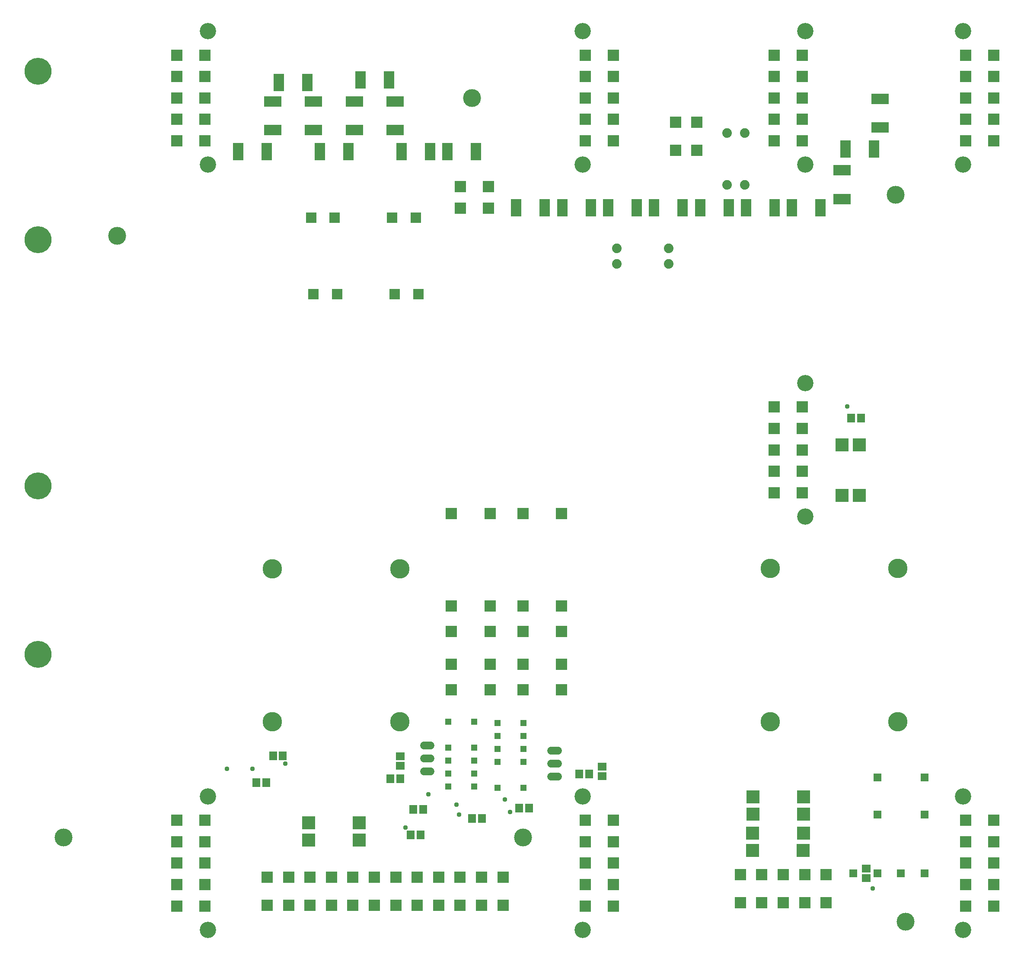
<source format=gbr>
G04 EAGLE Gerber RS-274X export*
G75*
%MOMM*%
%FSLAX34Y34*%
%LPD*%
%INSoldermask Bottom*%
%IPPOS*%
%AMOC8*
5,1,8,0,0,1.08239X$1,22.5*%
G01*
%ADD10C,5.283200*%
%ADD11R,2.303200X2.303200*%
%ADD12C,3.203200*%
%ADD13R,1.503200X1.703200*%
%ADD14R,2.203200X2.203200*%
%ADD15R,1.311200X1.311200*%
%ADD16R,1.703200X1.503200*%
%ADD17R,2.603200X2.603200*%
%ADD18R,1.611200X1.611200*%
%ADD19R,1.503200X1.803200*%
%ADD20R,1.803200X1.503200*%
%ADD21C,1.524000*%
%ADD22R,2.003200X3.403200*%
%ADD23R,3.403200X2.003200*%
%ADD24C,3.503200*%
%ADD25C,3.803200*%
%ADD26R,2.153200X2.153200*%
%ADD27C,1.879600*%
%ADD28C,0.959600*%


D10*
X100000Y559200D03*
X100000Y1372000D03*
X100000Y889400D03*
X100000Y1702200D03*
D11*
X372500Y1566000D03*
X372500Y1608000D03*
X372500Y1650000D03*
X372500Y1692000D03*
X372500Y1734000D03*
X427500Y1692000D03*
X427500Y1734000D03*
X427500Y1650000D03*
X427500Y1608000D03*
X427500Y1566000D03*
D12*
X433100Y1519000D03*
X433100Y1781000D03*
D11*
X372500Y66000D03*
X372500Y108000D03*
X372500Y150000D03*
X372500Y192000D03*
X372500Y234000D03*
X427500Y192000D03*
X427500Y234000D03*
X427500Y150000D03*
X427500Y108000D03*
X427500Y66000D03*
D12*
X433100Y19000D03*
X433100Y281000D03*
D11*
X1972500Y1734000D03*
X1972500Y1692000D03*
X1972500Y1650000D03*
X1972500Y1608000D03*
X1972500Y1566000D03*
X1917500Y1608000D03*
X1917500Y1566000D03*
X1917500Y1650000D03*
X1917500Y1692000D03*
X1917500Y1734000D03*
D12*
X1911900Y1781000D03*
X1911900Y1519000D03*
D11*
X1972500Y234000D03*
X1972500Y192000D03*
X1972500Y150000D03*
X1972500Y108000D03*
X1972500Y66000D03*
X1917500Y108000D03*
X1917500Y66000D03*
X1917500Y150000D03*
X1917500Y192000D03*
X1917500Y234000D03*
D12*
X1911900Y281000D03*
X1911900Y19000D03*
D11*
X1227500Y1734000D03*
X1227500Y1692000D03*
X1227500Y1650000D03*
X1227500Y1608000D03*
X1227500Y1566000D03*
X1172500Y1608000D03*
X1172500Y1566000D03*
X1172500Y1650000D03*
X1172500Y1692000D03*
X1172500Y1734000D03*
D12*
X1166900Y1781000D03*
X1166900Y1519000D03*
D11*
X1227500Y234000D03*
X1227500Y192000D03*
X1227500Y150000D03*
X1227500Y108000D03*
X1227500Y66000D03*
X1172500Y108000D03*
X1172500Y66000D03*
X1172500Y150000D03*
X1172500Y192000D03*
X1172500Y234000D03*
D12*
X1166900Y281000D03*
X1166900Y19000D03*
D11*
X1542500Y1566000D03*
X1542500Y1608000D03*
X1542500Y1650000D03*
X1542500Y1692000D03*
X1542500Y1734000D03*
X1597500Y1692000D03*
X1597500Y1734000D03*
X1597500Y1650000D03*
X1597500Y1608000D03*
X1597500Y1566000D03*
D12*
X1603100Y1519000D03*
X1603100Y1781000D03*
D11*
X1542500Y876000D03*
X1542500Y918000D03*
X1542500Y960000D03*
X1542500Y1002000D03*
X1542500Y1044000D03*
X1597500Y1002000D03*
X1597500Y1044000D03*
X1597500Y960000D03*
X1597500Y918000D03*
X1597500Y876000D03*
D12*
X1603100Y829000D03*
X1603100Y1091000D03*
D13*
X560500Y360000D03*
X579500Y360000D03*
X1712000Y1022500D03*
X1693000Y1022500D03*
D11*
X549000Y122500D03*
X591000Y122500D03*
X633000Y122500D03*
X675000Y122500D03*
X717000Y122500D03*
X759000Y122500D03*
X801000Y122500D03*
X843000Y122500D03*
X885000Y122500D03*
X927000Y122500D03*
X969000Y122500D03*
X549000Y67500D03*
X591000Y67500D03*
X633000Y67500D03*
X675000Y67500D03*
X717000Y67500D03*
X759000Y67500D03*
X801000Y67500D03*
X843000Y67500D03*
X885000Y67500D03*
X927000Y67500D03*
X1011000Y122500D03*
X969000Y67500D03*
X1011000Y67500D03*
D14*
X1126000Y835000D03*
X1050000Y835000D03*
X1050000Y654500D03*
X1050000Y604500D03*
X1126000Y654500D03*
X1126000Y539500D03*
X1050000Y539500D03*
X1126000Y604500D03*
X1126000Y489500D03*
X1050000Y489500D03*
X986000Y835000D03*
X910000Y835000D03*
X910000Y654500D03*
X910000Y604500D03*
X986000Y654500D03*
X986000Y539500D03*
X910000Y539500D03*
X986000Y604500D03*
X986000Y489500D03*
X910000Y489500D03*
D15*
X1000000Y297500D03*
X1050800Y297500D03*
X1000000Y348300D03*
X1000000Y373700D03*
X1000000Y399100D03*
X1000000Y424500D03*
X1050800Y424500D03*
X1050800Y399100D03*
X1050800Y373700D03*
X1050800Y348300D03*
X955000Y427500D03*
X904200Y427500D03*
X955000Y376700D03*
X955000Y351300D03*
X955000Y325900D03*
X955000Y300500D03*
X904200Y300500D03*
X904200Y325900D03*
X904200Y351300D03*
X904200Y376700D03*
D13*
X547000Y307500D03*
X528000Y307500D03*
D16*
X1722500Y139500D03*
X1722500Y120500D03*
D13*
X1062000Y257500D03*
X1043000Y257500D03*
X969500Y237500D03*
X950500Y237500D03*
X835500Y255000D03*
X854500Y255000D03*
D17*
X1600000Y246000D03*
X1600000Y280000D03*
X1500600Y246000D03*
X1500800Y280000D03*
D18*
X1697500Y130000D03*
X1744500Y130000D03*
X1744500Y245000D03*
X1744500Y318000D03*
D11*
X982500Y1476000D03*
X982500Y1434000D03*
X927500Y1434000D03*
X927500Y1476000D03*
X1476000Y127500D03*
X1518000Y127500D03*
X1560000Y127500D03*
X1602000Y127500D03*
X1644000Y127500D03*
X1602000Y72500D03*
X1644000Y72500D03*
X1560000Y72500D03*
X1518000Y72500D03*
X1476000Y72500D03*
D17*
X1500000Y209000D03*
X1500000Y175000D03*
X1599400Y209000D03*
X1599200Y175000D03*
X630000Y229000D03*
X630000Y195000D03*
X729400Y229000D03*
X729200Y195000D03*
D19*
X1179500Y325000D03*
X1160500Y325000D03*
D20*
X1205000Y339500D03*
X1205000Y320500D03*
D21*
X1118904Y370400D02*
X1105696Y370400D01*
X1105696Y319600D02*
X1118904Y319600D01*
X1118904Y345000D02*
X1105696Y345000D01*
D11*
X1391000Y1547500D03*
X1349000Y1547500D03*
X1349000Y1602500D03*
X1391000Y1602500D03*
D18*
X1790000Y130000D03*
X1837000Y130000D03*
X1837000Y245000D03*
X1837000Y318000D03*
D22*
X1037000Y1435000D03*
X1093000Y1435000D03*
X1127000Y1435000D03*
X1183000Y1435000D03*
X1217000Y1435000D03*
X1273000Y1435000D03*
X1307000Y1435000D03*
X1363000Y1435000D03*
X1397000Y1435000D03*
X1453000Y1435000D03*
D23*
X1750000Y1648000D03*
X1750000Y1592000D03*
D22*
X1738000Y1550000D03*
X1682000Y1550000D03*
D23*
X1675000Y1508000D03*
X1675000Y1452000D03*
D22*
X1633000Y1435000D03*
X1577000Y1435000D03*
X1543000Y1435000D03*
X1487000Y1435000D03*
X958000Y1545000D03*
X902000Y1545000D03*
X868000Y1545000D03*
X812000Y1545000D03*
D23*
X800000Y1587000D03*
X800000Y1643000D03*
D22*
X788000Y1685000D03*
X732000Y1685000D03*
D23*
X720000Y1643000D03*
X720000Y1587000D03*
D22*
X492000Y1545000D03*
X548000Y1545000D03*
D23*
X560000Y1587000D03*
X560000Y1643000D03*
D22*
X572000Y1680000D03*
X628000Y1680000D03*
D23*
X640000Y1643000D03*
X640000Y1587000D03*
D22*
X652000Y1545000D03*
X708000Y1545000D03*
D24*
X1800000Y35000D03*
X950000Y1650000D03*
X150000Y200000D03*
X255000Y1380000D03*
X1780000Y1460000D03*
D25*
X559100Y427000D03*
X559100Y727000D03*
X809100Y427000D03*
X809100Y727000D03*
X1534300Y427500D03*
X1534300Y727500D03*
X1784300Y427500D03*
X1784300Y727500D03*
D24*
X1050000Y200000D03*
D26*
X840000Y1415000D03*
X681000Y1415000D03*
X794000Y1415000D03*
X635000Y1415000D03*
X640000Y1265000D03*
X799000Y1265000D03*
X686000Y1265000D03*
X845000Y1265000D03*
D27*
X1485000Y1479200D03*
X1485000Y1580800D03*
X1450000Y1479200D03*
X1450000Y1580800D03*
X1335800Y1355000D03*
X1234200Y1355000D03*
X1335800Y1325000D03*
X1234200Y1325000D03*
D20*
X810000Y340500D03*
X810000Y359500D03*
D19*
X790500Y315000D03*
X809500Y315000D03*
D21*
X856096Y329600D02*
X869304Y329600D01*
X869304Y380400D02*
X856096Y380400D01*
X856096Y355000D02*
X869304Y355000D01*
D13*
X849500Y205000D03*
X830500Y205000D03*
D17*
X1709000Y970000D03*
X1675000Y970000D03*
X1709000Y870600D03*
X1675000Y870800D03*
D28*
X585000Y345000D03*
X1685000Y1045000D03*
X470000Y335000D03*
X920000Y265000D03*
X520000Y335000D03*
X1735000Y100000D03*
X1015000Y275000D03*
X1025000Y250000D03*
X925000Y245000D03*
X865000Y285000D03*
X820000Y220000D03*
M02*

</source>
